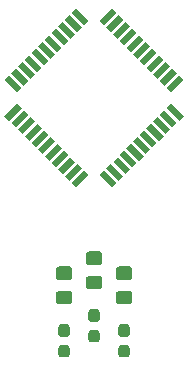
<source format=gbr>
G04 #@! TF.GenerationSoftware,KiCad,Pcbnew,5.99.0-unknown-8bd2765~86~ubuntu18.04.1*
G04 #@! TF.CreationDate,2019-12-15T18:04:06+00:00*
G04 #@! TF.ProjectId,ATF1502AS-EVB,41544631-3530-4324-9153-2d4556422e6b,rev?*
G04 #@! TF.SameCoordinates,Original*
G04 #@! TF.FileFunction,Paste,Top*
G04 #@! TF.FilePolarity,Positive*
%FSLAX46Y46*%
G04 Gerber Fmt 4.6, Leading zero omitted, Abs format (unit mm)*
G04 Created by KiCad (PCBNEW 5.99.0-unknown-8bd2765~86~ubuntu18.04.1) date 2019-12-15 18:04:06*
%MOMM*%
%LPD*%
G04 APERTURE LIST*
G04 APERTURE END LIST*
G36*
X65315671Y-91274030D02*
G01*
X65396777Y-91328223D01*
X65450970Y-91409329D01*
X65470000Y-91504999D01*
X65470000Y-92155001D01*
X65450970Y-92250671D01*
X65396777Y-92331777D01*
X65315671Y-92385970D01*
X65220001Y-92405000D01*
X64319999Y-92405000D01*
X64224329Y-92385970D01*
X64143223Y-92331777D01*
X64089030Y-92250671D01*
X64070000Y-92155001D01*
X64070000Y-91504999D01*
X64089030Y-91409329D01*
X64143223Y-91328223D01*
X64224329Y-91274030D01*
X64319999Y-91255000D01*
X65220001Y-91255000D01*
X65315671Y-91274030D01*
G37*
G36*
X65315671Y-89224030D02*
G01*
X65396777Y-89278223D01*
X65450970Y-89359329D01*
X65470000Y-89454999D01*
X65470000Y-90105001D01*
X65450970Y-90200671D01*
X65396777Y-90281777D01*
X65315671Y-90335970D01*
X65220001Y-90355000D01*
X64319999Y-90355000D01*
X64224329Y-90335970D01*
X64143223Y-90281777D01*
X64089030Y-90200671D01*
X64070000Y-90105001D01*
X64070000Y-89454999D01*
X64089030Y-89359329D01*
X64143223Y-89278223D01*
X64224329Y-89224030D01*
X64319999Y-89205000D01*
X65220001Y-89205000D01*
X65315671Y-89224030D01*
G37*
G36*
X62775671Y-90004030D02*
G01*
X62856777Y-90058223D01*
X62910970Y-90139329D01*
X62930000Y-90234999D01*
X62930000Y-90885001D01*
X62910970Y-90980671D01*
X62856777Y-91061777D01*
X62775671Y-91115970D01*
X62680001Y-91135000D01*
X61779999Y-91135000D01*
X61684329Y-91115970D01*
X61603223Y-91061777D01*
X61549030Y-90980671D01*
X61530000Y-90885001D01*
X61530000Y-90234999D01*
X61549030Y-90139329D01*
X61603223Y-90058223D01*
X61684329Y-90004030D01*
X61779999Y-89985000D01*
X62680001Y-89985000D01*
X62775671Y-90004030D01*
G37*
G36*
X62775671Y-87954030D02*
G01*
X62856777Y-88008223D01*
X62910970Y-88089329D01*
X62930000Y-88184999D01*
X62930000Y-88835001D01*
X62910970Y-88930671D01*
X62856777Y-89011777D01*
X62775671Y-89065970D01*
X62680001Y-89085000D01*
X61779999Y-89085000D01*
X61684329Y-89065970D01*
X61603223Y-89011777D01*
X61549030Y-88930671D01*
X61530000Y-88835001D01*
X61530000Y-88184999D01*
X61549030Y-88089329D01*
X61603223Y-88008223D01*
X61684329Y-87954030D01*
X61779999Y-87935000D01*
X62680001Y-87935000D01*
X62775671Y-87954030D01*
G37*
G36*
X60235671Y-91274030D02*
G01*
X60316777Y-91328223D01*
X60370970Y-91409329D01*
X60390000Y-91504999D01*
X60390000Y-92155001D01*
X60370970Y-92250671D01*
X60316777Y-92331777D01*
X60235671Y-92385970D01*
X60140001Y-92405000D01*
X59239999Y-92405000D01*
X59144329Y-92385970D01*
X59063223Y-92331777D01*
X59009030Y-92250671D01*
X58990000Y-92155001D01*
X58990000Y-91504999D01*
X59009030Y-91409329D01*
X59063223Y-91328223D01*
X59144329Y-91274030D01*
X59239999Y-91255000D01*
X60140001Y-91255000D01*
X60235671Y-91274030D01*
G37*
G36*
X60235671Y-89224030D02*
G01*
X60316777Y-89278223D01*
X60370970Y-89359329D01*
X60390000Y-89454999D01*
X60390000Y-90105001D01*
X60370970Y-90200671D01*
X60316777Y-90281777D01*
X60235671Y-90335970D01*
X60140001Y-90355000D01*
X59239999Y-90355000D01*
X59144329Y-90335970D01*
X59063223Y-90281777D01*
X59009030Y-90200671D01*
X58990000Y-90105001D01*
X58990000Y-89454999D01*
X59009030Y-89359329D01*
X59063223Y-89278223D01*
X59144329Y-89224030D01*
X59239999Y-89205000D01*
X60140001Y-89205000D01*
X60235671Y-89224030D01*
G37*
G36*
X65098387Y-94113079D02*
G01*
X65175438Y-94164562D01*
X65226921Y-94241613D01*
X65245000Y-94332500D01*
X65245000Y-94907500D01*
X65226921Y-94998387D01*
X65175438Y-95075438D01*
X65098387Y-95126921D01*
X65007500Y-95145000D01*
X64532500Y-95145000D01*
X64441613Y-95126921D01*
X64364562Y-95075438D01*
X64313079Y-94998387D01*
X64295000Y-94907500D01*
X64295000Y-94332500D01*
X64313079Y-94241613D01*
X64364562Y-94164562D01*
X64441613Y-94113079D01*
X64532500Y-94095000D01*
X65007500Y-94095000D01*
X65098387Y-94113079D01*
G37*
G36*
X65098387Y-95863079D02*
G01*
X65175438Y-95914562D01*
X65226921Y-95991613D01*
X65245000Y-96082500D01*
X65245000Y-96657500D01*
X65226921Y-96748387D01*
X65175438Y-96825438D01*
X65098387Y-96876921D01*
X65007500Y-96895000D01*
X64532500Y-96895000D01*
X64441613Y-96876921D01*
X64364562Y-96825438D01*
X64313079Y-96748387D01*
X64295000Y-96657500D01*
X64295000Y-96082500D01*
X64313079Y-95991613D01*
X64364562Y-95914562D01*
X64441613Y-95863079D01*
X64532500Y-95845000D01*
X65007500Y-95845000D01*
X65098387Y-95863079D01*
G37*
G36*
X62558387Y-92843079D02*
G01*
X62635438Y-92894562D01*
X62686921Y-92971613D01*
X62705000Y-93062500D01*
X62705000Y-93637500D01*
X62686921Y-93728387D01*
X62635438Y-93805438D01*
X62558387Y-93856921D01*
X62467500Y-93875000D01*
X61992500Y-93875000D01*
X61901613Y-93856921D01*
X61824562Y-93805438D01*
X61773079Y-93728387D01*
X61755000Y-93637500D01*
X61755000Y-93062500D01*
X61773079Y-92971613D01*
X61824562Y-92894562D01*
X61901613Y-92843079D01*
X61992500Y-92825000D01*
X62467500Y-92825000D01*
X62558387Y-92843079D01*
G37*
G36*
X62558387Y-94593079D02*
G01*
X62635438Y-94644562D01*
X62686921Y-94721613D01*
X62705000Y-94812500D01*
X62705000Y-95387500D01*
X62686921Y-95478387D01*
X62635438Y-95555438D01*
X62558387Y-95606921D01*
X62467500Y-95625000D01*
X61992500Y-95625000D01*
X61901613Y-95606921D01*
X61824562Y-95555438D01*
X61773079Y-95478387D01*
X61755000Y-95387500D01*
X61755000Y-94812500D01*
X61773079Y-94721613D01*
X61824562Y-94644562D01*
X61901613Y-94593079D01*
X61992500Y-94575000D01*
X62467500Y-94575000D01*
X62558387Y-94593079D01*
G37*
G36*
X60018387Y-94113079D02*
G01*
X60095438Y-94164562D01*
X60146921Y-94241613D01*
X60165000Y-94332500D01*
X60165000Y-94907500D01*
X60146921Y-94998387D01*
X60095438Y-95075438D01*
X60018387Y-95126921D01*
X59927500Y-95145000D01*
X59452500Y-95145000D01*
X59361613Y-95126921D01*
X59284562Y-95075438D01*
X59233079Y-94998387D01*
X59215000Y-94907500D01*
X59215000Y-94332500D01*
X59233079Y-94241613D01*
X59284562Y-94164562D01*
X59361613Y-94113079D01*
X59452500Y-94095000D01*
X59927500Y-94095000D01*
X60018387Y-94113079D01*
G37*
G36*
X60018387Y-95863079D02*
G01*
X60095438Y-95914562D01*
X60146921Y-95991613D01*
X60165000Y-96082500D01*
X60165000Y-96657500D01*
X60146921Y-96748387D01*
X60095438Y-96825438D01*
X60018387Y-96876921D01*
X59927500Y-96895000D01*
X59452500Y-96895000D01*
X59361613Y-96876921D01*
X59284562Y-96825438D01*
X59233079Y-96748387D01*
X59215000Y-96657500D01*
X59215000Y-96082500D01*
X59233079Y-95991613D01*
X59284562Y-95914562D01*
X59361613Y-95863079D01*
X59452500Y-95845000D01*
X59927500Y-95845000D01*
X60018387Y-95863079D01*
G37*
G36*
X63096206Y-68795848D02*
G01*
X62707298Y-68406940D01*
X63767958Y-67346280D01*
X64156866Y-67735188D01*
X63096206Y-68795848D01*
G37*
G36*
X63661891Y-69361534D02*
G01*
X63272983Y-68972626D01*
X64333643Y-67911966D01*
X64722551Y-68300874D01*
X63661891Y-69361534D01*
G37*
G36*
X64227576Y-69927219D02*
G01*
X63838668Y-69538311D01*
X64899328Y-68477651D01*
X65288236Y-68866559D01*
X64227576Y-69927219D01*
G37*
G36*
X64793262Y-70492904D02*
G01*
X64404354Y-70103996D01*
X65465014Y-69043336D01*
X65853922Y-69432244D01*
X64793262Y-70492904D01*
G37*
G36*
X65358947Y-71058590D02*
G01*
X64970039Y-70669682D01*
X66030699Y-69609022D01*
X66419607Y-69997930D01*
X65358947Y-71058590D01*
G37*
G36*
X65924633Y-71624275D02*
G01*
X65535725Y-71235367D01*
X66596385Y-70174707D01*
X66985293Y-70563615D01*
X65924633Y-71624275D01*
G37*
G36*
X66490318Y-72189961D02*
G01*
X66101410Y-71801053D01*
X67162070Y-70740393D01*
X67550978Y-71129301D01*
X66490318Y-72189961D01*
G37*
G36*
X67056004Y-72755646D02*
G01*
X66667096Y-72366738D01*
X67727756Y-71306078D01*
X68116664Y-71694986D01*
X67056004Y-72755646D01*
G37*
G36*
X67621689Y-73321332D02*
G01*
X67232781Y-72932424D01*
X68293441Y-71871764D01*
X68682349Y-72260672D01*
X67621689Y-73321332D01*
G37*
G36*
X68187374Y-73887017D02*
G01*
X67798466Y-73498109D01*
X68859126Y-72437449D01*
X69248034Y-72826357D01*
X68187374Y-73887017D01*
G37*
G36*
X68753060Y-74452702D02*
G01*
X68364152Y-74063794D01*
X69424812Y-73003134D01*
X69813720Y-73392042D01*
X68753060Y-74452702D01*
G37*
G36*
X68364152Y-75796206D02*
G01*
X68753060Y-75407298D01*
X69813720Y-76467958D01*
X69424812Y-76856866D01*
X68364152Y-75796206D01*
G37*
G36*
X67798466Y-76361891D02*
G01*
X68187374Y-75972983D01*
X69248034Y-77033643D01*
X68859126Y-77422551D01*
X67798466Y-76361891D01*
G37*
G36*
X67232781Y-76927576D02*
G01*
X67621689Y-76538668D01*
X68682349Y-77599328D01*
X68293441Y-77988236D01*
X67232781Y-76927576D01*
G37*
G36*
X66667096Y-77493262D02*
G01*
X67056004Y-77104354D01*
X68116664Y-78165014D01*
X67727756Y-78553922D01*
X66667096Y-77493262D01*
G37*
G36*
X66101410Y-78058947D02*
G01*
X66490318Y-77670039D01*
X67550978Y-78730699D01*
X67162070Y-79119607D01*
X66101410Y-78058947D01*
G37*
G36*
X65535725Y-78624633D02*
G01*
X65924633Y-78235725D01*
X66985293Y-79296385D01*
X66596385Y-79685293D01*
X65535725Y-78624633D01*
G37*
G36*
X64970039Y-79190318D02*
G01*
X65358947Y-78801410D01*
X66419607Y-79862070D01*
X66030699Y-80250978D01*
X64970039Y-79190318D01*
G37*
G36*
X64404354Y-79756004D02*
G01*
X64793262Y-79367096D01*
X65853922Y-80427756D01*
X65465014Y-80816664D01*
X64404354Y-79756004D01*
G37*
G36*
X63838668Y-80321689D02*
G01*
X64227576Y-79932781D01*
X65288236Y-80993441D01*
X64899328Y-81382349D01*
X63838668Y-80321689D01*
G37*
G36*
X63272983Y-80887374D02*
G01*
X63661891Y-80498466D01*
X64722551Y-81559126D01*
X64333643Y-81948034D01*
X63272983Y-80887374D01*
G37*
G36*
X62707298Y-81453060D02*
G01*
X63096206Y-81064152D01*
X64156866Y-82124812D01*
X63767958Y-82513720D01*
X62707298Y-81453060D01*
G37*
G36*
X60692042Y-82513720D02*
G01*
X60303134Y-82124812D01*
X61363794Y-81064152D01*
X61752702Y-81453060D01*
X60692042Y-82513720D01*
G37*
G36*
X60126357Y-81948034D02*
G01*
X59737449Y-81559126D01*
X60798109Y-80498466D01*
X61187017Y-80887374D01*
X60126357Y-81948034D01*
G37*
G36*
X59560672Y-81382349D02*
G01*
X59171764Y-80993441D01*
X60232424Y-79932781D01*
X60621332Y-80321689D01*
X59560672Y-81382349D01*
G37*
G36*
X58994986Y-80816664D02*
G01*
X58606078Y-80427756D01*
X59666738Y-79367096D01*
X60055646Y-79756004D01*
X58994986Y-80816664D01*
G37*
G36*
X58429301Y-80250978D02*
G01*
X58040393Y-79862070D01*
X59101053Y-78801410D01*
X59489961Y-79190318D01*
X58429301Y-80250978D01*
G37*
G36*
X57863615Y-79685293D02*
G01*
X57474707Y-79296385D01*
X58535367Y-78235725D01*
X58924275Y-78624633D01*
X57863615Y-79685293D01*
G37*
G36*
X57297930Y-79119607D02*
G01*
X56909022Y-78730699D01*
X57969682Y-77670039D01*
X58358590Y-78058947D01*
X57297930Y-79119607D01*
G37*
G36*
X56732244Y-78553922D02*
G01*
X56343336Y-78165014D01*
X57403996Y-77104354D01*
X57792904Y-77493262D01*
X56732244Y-78553922D01*
G37*
G36*
X56166559Y-77988236D02*
G01*
X55777651Y-77599328D01*
X56838311Y-76538668D01*
X57227219Y-76927576D01*
X56166559Y-77988236D01*
G37*
G36*
X55600874Y-77422551D02*
G01*
X55211966Y-77033643D01*
X56272626Y-75972983D01*
X56661534Y-76361891D01*
X55600874Y-77422551D01*
G37*
G36*
X55035188Y-76856866D02*
G01*
X54646280Y-76467958D01*
X55706940Y-75407298D01*
X56095848Y-75796206D01*
X55035188Y-76856866D01*
G37*
G36*
X54646280Y-73392042D02*
G01*
X55035188Y-73003134D01*
X56095848Y-74063794D01*
X55706940Y-74452702D01*
X54646280Y-73392042D01*
G37*
G36*
X55211966Y-72826357D02*
G01*
X55600874Y-72437449D01*
X56661534Y-73498109D01*
X56272626Y-73887017D01*
X55211966Y-72826357D01*
G37*
G36*
X55777651Y-72260672D02*
G01*
X56166559Y-71871764D01*
X57227219Y-72932424D01*
X56838311Y-73321332D01*
X55777651Y-72260672D01*
G37*
G36*
X56343336Y-71694986D02*
G01*
X56732244Y-71306078D01*
X57792904Y-72366738D01*
X57403996Y-72755646D01*
X56343336Y-71694986D01*
G37*
G36*
X56909022Y-71129301D02*
G01*
X57297930Y-70740393D01*
X58358590Y-71801053D01*
X57969682Y-72189961D01*
X56909022Y-71129301D01*
G37*
G36*
X57474707Y-70563615D02*
G01*
X57863615Y-70174707D01*
X58924275Y-71235367D01*
X58535367Y-71624275D01*
X57474707Y-70563615D01*
G37*
G36*
X58040393Y-69997930D02*
G01*
X58429301Y-69609022D01*
X59489961Y-70669682D01*
X59101053Y-71058590D01*
X58040393Y-69997930D01*
G37*
G36*
X58606078Y-69432244D02*
G01*
X58994986Y-69043336D01*
X60055646Y-70103996D01*
X59666738Y-70492904D01*
X58606078Y-69432244D01*
G37*
G36*
X59171764Y-68866559D02*
G01*
X59560672Y-68477651D01*
X60621332Y-69538311D01*
X60232424Y-69927219D01*
X59171764Y-68866559D01*
G37*
G36*
X59737449Y-68300874D02*
G01*
X60126357Y-67911966D01*
X61187017Y-68972626D01*
X60798109Y-69361534D01*
X59737449Y-68300874D01*
G37*
G36*
X60303134Y-67735188D02*
G01*
X60692042Y-67346280D01*
X61752702Y-68406940D01*
X61363794Y-68795848D01*
X60303134Y-67735188D01*
G37*
M02*

</source>
